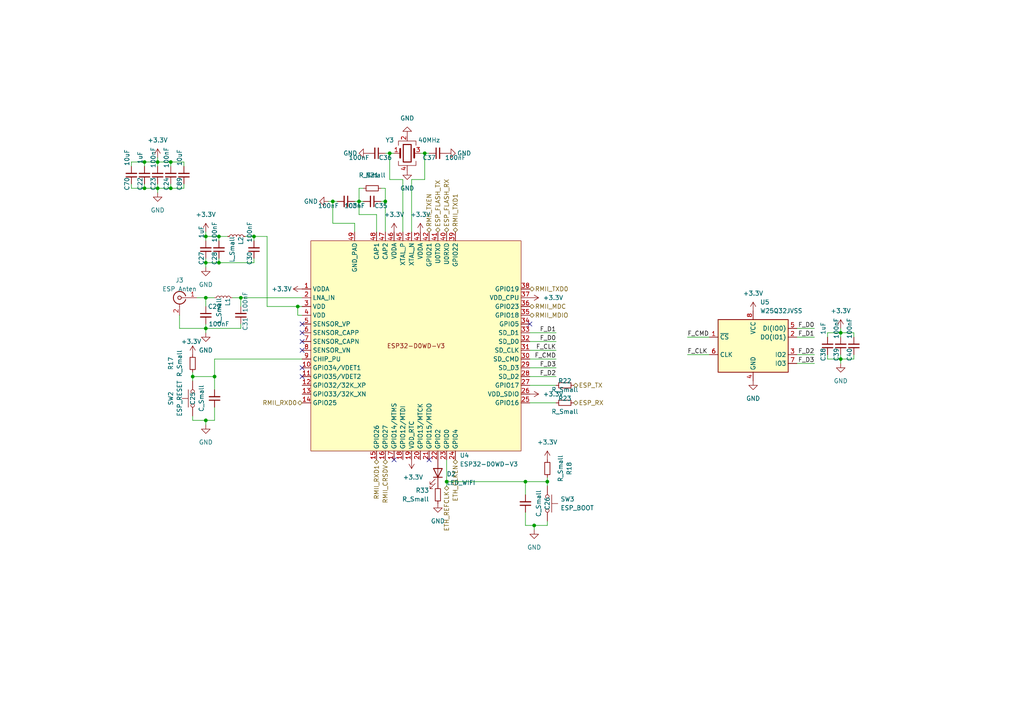
<source format=kicad_sch>
(kicad_sch (version 20211123) (generator eeschema)
  (paper "A4")
  (lib_symbols
    (symbol "Anh_Symbols:ESP32-D0WD-V3"
      (property "Reference" "U" (at 21.59 -33.02 0))
      (property "Value" "ESP32-D0WD-V3" (at 21.59 -35.56 0))
      (symbol "ESP32-D0WD-V3_0_0"
        (text "ESP32-D0WD-V3" (at 0 0 0) (effects (font (size 1.27 1.27))))
      )
      (symbol "ESP32-D0WD-V3_0_1"
        (rectangle (start -30.48 30.48) (end 30.48 -30.48) (fill (type background)))
      )
      (symbol "ESP32-D0WD-V3_1_1"
        (pin power_in line (at -33.02 16.51 0) (length 2.54) (name "VDDA") (number "1"))
        (pin input line (at -33.02 -6.35 0) (length 2.54) (name "GPIO34/VDET1") (number "10"))
        (pin input line (at -33.02 -8.89 0) (length 2.54) (name "GPIO35/VDET2") (number "11"))
        (pin input line (at -33.02 -11.43 0) (length 2.54) (name "GPIO32/32K_XP") (number "12"))
        (pin input line (at -33.02 -13.97 0) (length 2.54) (name "GPIO33/32K_XN") (number "13"))
        (pin input line (at -33.02 -16.51 0) (length 2.54) (name "GPIO25") (number "14"))
        (pin input line (at -11.43 -33.02 90) (length 2.54) (name "GPIO26") (number "15"))
        (pin input line (at -8.89 -33.02 90) (length 2.54) (name "GPIO27") (number "16"))
        (pin input line (at -6.35 -33.02 90) (length 2.54) (name "GPIO14/MTMS") (number "17"))
        (pin input line (at -3.81 -33.02 90) (length 2.54) (name "GPIO12/MTDI") (number "18"))
        (pin power_in line (at -1.27 -33.02 90) (length 2.54) (name "VDD_RTC") (number "19"))
        (pin input line (at -33.02 13.97 0) (length 2.54) (name "LNA_IN") (number "2"))
        (pin input line (at 1.27 -33.02 90) (length 2.54) (name "GPIO13/MTCK") (number "20"))
        (pin input line (at 3.81 -33.02 90) (length 2.54) (name "GPIO15/MTDO") (number "21"))
        (pin input line (at 6.35 -33.02 90) (length 2.54) (name "GPIO2") (number "22"))
        (pin input line (at 8.89 -33.02 90) (length 2.54) (name "GPIO0") (number "23"))
        (pin input line (at 11.43 -33.02 90) (length 2.54) (name "GPIO4") (number "24"))
        (pin input line (at 33.02 -16.51 180) (length 2.54) (name "GPIO16") (number "25"))
        (pin power_in line (at 33.02 -13.97 180) (length 2.54) (name "VDD_SDIO") (number "26"))
        (pin input line (at 33.02 -11.43 180) (length 2.54) (name "GPIO17") (number "27"))
        (pin input line (at 33.02 -8.89 180) (length 2.54) (name "SD_D2") (number "28"))
        (pin input line (at 33.02 -6.35 180) (length 2.54) (name "SD_D3") (number "29"))
        (pin power_in line (at -33.02 11.43 0) (length 2.54) (name "VDD") (number "3"))
        (pin input line (at 33.02 -3.81 180) (length 2.54) (name "SD_CMD") (number "30"))
        (pin input line (at 33.02 -1.27 180) (length 2.54) (name "SD_CLK") (number "31"))
        (pin input line (at 33.02 1.27 180) (length 2.54) (name "SD_D0") (number "32"))
        (pin input line (at 33.02 3.81 180) (length 2.54) (name "SD_D1") (number "33"))
        (pin input line (at 33.02 6.35 180) (length 2.54) (name "GPIO5") (number "34"))
        (pin input line (at 33.02 8.89 180) (length 2.54) (name "GPIO18") (number "35"))
        (pin input line (at 33.02 11.43 180) (length 2.54) (name "GPIO23") (number "36"))
        (pin power_in line (at 33.02 13.97 180) (length 2.54) (name "VDD_CPU") (number "37"))
        (pin input line (at 33.02 16.51 180) (length 2.54) (name "GPIO19") (number "38"))
        (pin input line (at 11.43 33.02 270) (length 2.54) (name "GPIO22") (number "39"))
        (pin power_in line (at -33.02 8.89 0) (length 2.54) (name "VDD") (number "4"))
        (pin input line (at 8.89 33.02 270) (length 2.54) (name "U0RXD") (number "40"))
        (pin input line (at 6.35 33.02 270) (length 2.54) (name "U0TXD") (number "41"))
        (pin input line (at 3.81 33.02 270) (length 2.54) (name "GPIO21") (number "42"))
        (pin power_in line (at 1.27 33.02 270) (length 2.54) (name "VDDA") (number "43"))
        (pin input line (at -1.27 33.02 270) (length 2.54) (name "XTAL_N") (number "44"))
        (pin input line (at -3.81 33.02 270) (length 2.54) (name "XTAL_P") (number "45"))
        (pin power_in line (at -6.35 33.02 270) (length 2.54) (name "VDDA") (number "46"))
        (pin input line (at -8.89 33.02 270) (length 2.54) (name "CAP2") (number "47"))
        (pin input line (at -11.43 33.02 270) (length 2.54) (name "CAP1") (number "48"))
        (pin power_in line (at -17.78 33.02 270) (length 2.54) (name "GND_PAD") (number "49"))
        (pin input line (at -33.02 6.35 0) (length 2.54) (name "SENSOR_VP") (number "5"))
        (pin input line (at -33.02 3.81 0) (length 2.54) (name "SENSOR_CAPP") (number "6"))
        (pin input line (at -33.02 1.27 0) (length 2.54) (name "SENSOR_CAPN") (number "7"))
        (pin input line (at -33.02 -1.27 0) (length 2.54) (name "SENSOR_VN") (number "8"))
        (pin input line (at -33.02 -3.81 0) (length 2.54) (name "CHIP_PU") (number "9"))
      )
    )
    (symbol "Connector:Conn_Coaxial" (pin_names (offset 1.016) hide)
      (property "Reference" "J" (at 0.254 3.048 0))
      (property "Value" "Conn_Coaxial" (at 2.921 0 90))
      (symbol "Conn_Coaxial_0_1"
        (arc (start -1.778 -0.508) (mid 0.2311 -1.8066) (end 1.778 0) (stroke (width 0.254)))
        (polyline (pts (xy -2.54 0) (xy -0.508 0)))
        (polyline (pts (xy 0 -2.54) (xy 0 -1.778)))
        (circle (center 0 0) (radius 0.508) (stroke (width 0.2032)))
        (arc (start 1.778 0) (mid 0.2099 1.8101) (end -1.778 0.508) (stroke (width 0.254)))
      )
      (symbol "Conn_Coaxial_1_1"
        (pin passive line (at -5.08 0 0) (length 2.54) (name "In") (number "1"))
        (pin passive line (at 0 -5.08 90) (length 2.54) (name "Ext") (number "2"))
      )
    )
    (symbol "Device:C_Small" (pin_numbers hide) (pin_names (offset 0.254) hide)
      (property "Reference" "C" (at 0.254 1.778 0))
      (property "Value" "C_Small" (at 0.254 -2.032 0))
      (symbol "C_Small_0_1"
        (polyline (pts (xy -1.524 -0.508) (xy 1.524 -0.508)) (stroke (width 0.3302)))
        (polyline (pts (xy -1.524 0.508) (xy 1.524 0.508)) (stroke (width 0.3048)))
      )
      (symbol "C_Small_1_1"
        (pin passive line (at 0 2.54 270) (length 2.032) (name "~") (number "1"))
        (pin passive line (at 0 -2.54 90) (length 2.032) (name "~") (number "2"))
      )
    )
    (symbol "Device:Crystal_GND24" (pin_names (offset 1.016) hide)
      (property "Reference" "Y" (at 3.175 5.08 0))
      (property "Value" "Crystal_GND24" (at 3.175 3.175 0))
      (symbol "Crystal_GND24_0_1"
        (rectangle (start -1.143 2.54) (end 1.143 -2.54) (stroke (width 0.3048)))
        (polyline (pts (xy -2.54 0) (xy -2.032 0)))
        (polyline (pts (xy -2.032 -1.27) (xy -2.032 1.27)) (stroke (width 0.508)))
        (polyline (pts (xy 0 -3.81) (xy 0 -3.556)))
        (polyline (pts (xy 0 3.556) (xy 0 3.81)))
        (polyline (pts (xy 2.032 -1.27) (xy 2.032 1.27)) (stroke (width 0.508)))
        (polyline (pts (xy 2.032 0) (xy 2.54 0)))
        (polyline (pts (xy -2.54 -2.286) (xy -2.54 -3.556) (xy 2.54 -3.556) (xy 2.54 -2.286)))
        (polyline (pts (xy -2.54 2.286) (xy -2.54 3.556) (xy 2.54 3.556) (xy 2.54 2.286)))
      )
      (symbol "Crystal_GND24_1_1"
        (pin passive line (at -3.81 0 0) (length 1.27) (name "1") (number "1"))
        (pin passive line (at 0 5.08 270) (length 1.27) (name "2") (number "2"))
        (pin passive line (at 3.81 0 180) (length 1.27) (name "3") (number "3"))
        (pin passive line (at 0 -5.08 90) (length 1.27) (name "4") (number "4"))
      )
    )
    (symbol "Device:LED" (pin_numbers hide) (pin_names (offset 1.016) hide)
      (property "Reference" "D" (at 0 2.54 0))
      (property "Value" "LED" (at 0 -2.54 0))
      (symbol "LED_0_1"
        (polyline (pts (xy -1.27 -1.27) (xy -1.27 1.27)) (stroke (width 0.254)))
        (polyline (pts (xy -1.27 0) (xy 1.27 0)))
        (polyline (pts (xy 1.27 -1.27) (xy 1.27 1.27) (xy -1.27 0) (xy 1.27 -1.27)) (stroke (width 0.254)))
        (polyline (pts (xy -3.048 -0.762) (xy -4.572 -2.286) (xy -3.81 -2.286) (xy -4.572 -2.286) (xy -4.572 -1.524)))
        (polyline (pts (xy -1.778 -0.762) (xy -3.302 -2.286) (xy -2.54 -2.286) (xy -3.302 -2.286) (xy -3.302 -1.524)))
      )
      (symbol "LED_1_1"
        (pin passive line (at -3.81 0 0) (length 2.54) (name "K") (number "1"))
        (pin passive line (at 3.81 0 180) (length 2.54) (name "A") (number "2"))
      )
    )
    (symbol "Device:L_Small" (pin_numbers hide) (pin_names (offset 0.254) hide)
      (property "Reference" "L" (at 0.762 1.016 0))
      (property "Value" "L_Small" (at 0.762 -1.016 0))
      (symbol "L_Small_0_1"
        (arc (start 0 -2.032) (mid 0.508 -1.524) (end 0 -1.016))
        (arc (start 0 -1.016) (mid 0.508 -0.508) (end 0 0))
        (arc (start 0 0) (mid 0.508 0.508) (end 0 1.016))
        (arc (start 0 1.016) (mid 0.508 1.524) (end 0 2.032))
      )
      (symbol "L_Small_1_1"
        (pin passive line (at 0 2.54 270) (length 0.508) (name "~") (number "1"))
        (pin passive line (at 0 -2.54 90) (length 0.508) (name "~") (number "2"))
      )
    )
    (symbol "Device:R_Small" (pin_numbers hide) (pin_names (offset 0.254) hide)
      (property "Reference" "R" (at 0.762 0.508 0))
      (property "Value" "R_Small" (at 0.762 -1.016 0))
      (symbol "R_Small_0_1"
        (rectangle (start -0.762 1.778) (end 0.762 -1.778) (stroke (width 0.2032)))
      )
      (symbol "R_Small_1_1"
        (pin passive line (at 0 2.54 270) (length 0.762) (name "~") (number "1"))
        (pin passive line (at 0 -2.54 90) (length 0.762) (name "~") (number "2"))
      )
    )
    (symbol "Memory_Flash:W25Q32JVSS"
      (property "Reference" "U" (at -8.89 8.89 0))
      (property "Value" "W25Q32JVSS" (at 7.62 8.89 0))
      (symbol "W25Q32JVSS_0_1"
        (rectangle (start -10.16 7.62) (end 10.16 -7.62) (stroke (width 0.254)) (fill (type background)))
      )
      (symbol "W25Q32JVSS_1_1"
        (pin input line (at -12.7 2.54 0) (length 2.54) (name "~{CS}") (number "1"))
        (pin bidirectional line (at 12.7 2.54 180) (length 2.54) (name "DO(IO1)") (number "2"))
        (pin bidirectional line (at 12.7 -2.54 180) (length 2.54) (name "IO2") (number "3"))
        (pin power_in line (at 0 -10.16 90) (length 2.54) (name "GND") (number "4"))
        (pin bidirectional line (at 12.7 5.08 180) (length 2.54) (name "DI(IO0)") (number "5"))
        (pin input line (at -12.7 -2.54 0) (length 2.54) (name "CLK") (number "6"))
        (pin bidirectional line (at 12.7 -5.08 180) (length 2.54) (name "IO3") (number "7"))
        (pin power_in line (at 0 10.16 270) (length 2.54) (name "VCC") (number "8"))
      )
    )
    (symbol "Switch:SW_Push" (pin_numbers hide) (pin_names (offset 1.016) hide)
      (property "Reference" "SW" (at 1.27 2.54 0))
      (property "Value" "SW_Push" (at 0 -1.524 0))
      (symbol "SW_Push_0_1"
        (circle (center -2.032 0) (radius 0.508))
        (polyline (pts (xy 0 1.27) (xy 0 3.048)))
        (polyline (pts (xy 2.54 1.27) (xy -2.54 1.27)))
        (circle (center 2.032 0) (radius 0.508))
        (pin passive line (at -5.08 0 0) (length 2.54) (name "1") (number "1"))
        (pin passive line (at 5.08 0 180) (length 2.54) (name "2") (number "2"))
      )
    )
    (symbol "power:+3.3V" (power) (pin_names (offset 0))
      (property "Value" "+3.3V" (at 0 3.556 0))
      (symbol "+3.3V_0_1"
        (polyline (pts (xy -0.762 1.27) (xy 0 2.54)))
        (polyline (pts (xy 0 0) (xy 0 2.54)))
        (polyline (pts (xy 0 2.54) (xy 0.762 1.27)))
      )
      (symbol "+3.3V_1_1"
        (pin power_in line (at 0 0 90) (length 0) hide (name "+3.3V") (number "1"))
      )
    )
    (symbol "power:GND" (power) (pin_names (offset 0))
      (property "Value" "GND" (at 0 -3.81 0))
      (symbol "GND_0_1"
        (polyline (pts (xy 0 0) (xy 0 -1.27) (xy 1.27 -1.27) (xy 0 -2.54) (xy -1.27 -1.27) (xy 0 -1.27)))
      )
      (symbol "GND_1_1"
        (pin power_in line (at 0 0 270) (length 0) hide (name "GND") (number "1"))
      )
    )
  )
  (junction (at 62.23 109.22))
  (junction (at 41.91 46.99))
  (junction (at 55.88 109.22))
  (junction (at 243.84 96.52))
  (junction (at 158.75 139.7))
  (junction (at 45.72 46.99))
  (junction (at 123.19 44.45))
  (junction (at 104.14 58.42))
  (junction (at 59.69 86.36))
  (junction (at 63.5 68.58))
  (junction (at 243.84 104.14))
  (junction (at 59.69 95.25))
  (junction (at 41.91 54.61))
  (junction (at 59.69 68.58))
  (junction (at 59.69 121.92))
  (junction (at 96.52 58.42))
  (junction (at 86.36 88.9))
  (junction (at 69.85 86.36))
  (junction (at 45.72 54.61))
  (junction (at 154.94 152.4))
  (junction (at 49.53 46.99))
  (junction (at 73.66 68.58))
  (junction (at 111.76 58.42))
  (junction (at 49.53 54.61))
  (junction (at 129.54 139.7))
  (junction (at 152.4 139.7))
  (junction (at 113.03 44.45))
  (junction (at 59.69 76.2))
  (junction (at 63.5 76.2))
  (no_connect (at 87.63 109.22))
  (no_connect (at 87.63 93.98))
  (no_connect (at 153.67 93.98))
  (no_connect (at 87.63 96.52))
  (no_connect (at 87.63 101.6))
  (no_connect (at 87.63 106.68))
  (no_connect (at 87.63 99.06))
  (no_connect (at 114.3 133.35))
  (no_connect (at 124.46 133.35))
  (wire (pts (xy 119.38 67.31) (xy 119.38 52.07)))
  (wire (pts (xy 153.67 99.06) (xy 161.29 99.06)))
  (wire (pts (xy 45.72 45.72) (xy 45.72 46.99)))
  (wire (pts (xy 231.14 95.25) (xy 236.22 95.25)))
  (wire (pts (xy 152.4 143.51) (xy 152.4 139.7)))
  (wire (pts (xy 53.34 48.26) (xy 53.34 46.99)))
  (wire (pts (xy 161.29 111.76) (xy 153.67 111.76)))
  (wire (pts (xy 63.5 76.2) (xy 73.66 76.2)))
  (wire (pts (xy 247.65 96.52) (xy 247.65 97.79)))
  (wire (pts (xy 87.63 104.14) (xy 62.23 104.14)))
  (wire (pts (xy 102.87 58.42) (xy 104.14 58.42)))
  (wire (pts (xy 86.36 88.9) (xy 87.63 88.9)))
  (wire (pts (xy 243.84 96.52) (xy 247.65 96.52)))
  (wire (pts (xy 62.23 118.11) (xy 62.23 121.92)))
  (wire (pts (xy 109.22 67.31) (xy 109.22 62.23)))
  (wire (pts (xy 129.54 139.7) (xy 152.4 139.7)))
  (wire (pts (xy 116.84 67.31) (xy 116.84 52.07)))
  (wire (pts (xy 205.74 97.79) (xy 199.39 97.79)))
  (wire (pts (xy 109.22 62.23) (xy 104.14 62.23)))
  (wire (pts (xy 59.69 95.25) (xy 59.69 96.52)))
  (wire (pts (xy 153.67 104.14) (xy 161.29 104.14)))
  (wire (pts (xy 45.72 46.99) (xy 45.72 48.26)))
  (wire (pts (xy 153.67 96.52) (xy 161.29 96.52)))
  (wire (pts (xy 45.72 54.61) (xy 45.72 55.88)))
  (wire (pts (xy 158.75 152.4) (xy 158.75 151.13)))
  (wire (pts (xy 231.14 97.79) (xy 236.22 97.79)))
  (wire (pts (xy 240.03 96.52) (xy 240.03 97.79)))
  (wire (pts (xy 95.25 58.42) (xy 96.52 58.42)))
  (wire (pts (xy 41.91 46.99) (xy 45.72 46.99)))
  (wire (pts (xy 49.53 46.99) (xy 49.53 48.26)))
  (wire (pts (xy 73.66 68.58) (xy 73.66 69.85)))
  (wire (pts (xy 49.53 54.61) (xy 53.34 54.61)))
  (wire (pts (xy 59.69 121.92) (xy 55.88 121.92)))
  (wire (pts (xy 123.19 44.45) (xy 124.46 44.45)))
  (wire (pts (xy 113.03 44.45) (xy 114.3 44.45)))
  (wire (pts (xy 69.85 95.25) (xy 69.85 93.98)))
  (wire (pts (xy 63.5 68.58) (xy 66.04 68.58)))
  (wire (pts (xy 119.38 52.07) (xy 123.19 52.07)))
  (wire (pts (xy 161.29 116.84) (xy 153.67 116.84)))
  (wire (pts (xy 111.76 58.42) (xy 111.76 67.31)))
  (wire (pts (xy 41.91 54.61) (xy 45.72 54.61)))
  (wire (pts (xy 231.14 102.87) (xy 236.22 102.87)))
  (wire (pts (xy 59.69 69.85) (xy 59.69 68.58)))
  (wire (pts (xy 102.87 67.31) (xy 102.87 64.77)))
  (wire (pts (xy 59.69 88.9) (xy 59.69 86.36)))
  (wire (pts (xy 59.69 68.58) (xy 63.5 68.58)))
  (wire (pts (xy 59.69 67.31) (xy 59.69 68.58)))
  (wire (pts (xy 243.84 102.87) (xy 243.84 104.14)))
  (wire (pts (xy 45.72 53.34) (xy 45.72 54.61)))
  (wire (pts (xy 105.41 54.61) (xy 104.14 54.61)))
  (wire (pts (xy 231.14 105.41) (xy 236.22 105.41)))
  (wire (pts (xy 63.5 74.93) (xy 63.5 76.2)))
  (wire (pts (xy 243.84 96.52) (xy 243.84 97.79)))
  (wire (pts (xy 69.85 86.36) (xy 87.63 86.36)))
  (wire (pts (xy 111.76 44.45) (xy 113.03 44.45)))
  (wire (pts (xy 243.84 95.25) (xy 243.84 96.52)))
  (wire (pts (xy 41.91 46.99) (xy 41.91 48.26)))
  (wire (pts (xy 69.85 88.9) (xy 69.85 86.36)))
  (wire (pts (xy 153.67 101.6) (xy 161.29 101.6)))
  (wire (pts (xy 240.03 102.87) (xy 240.03 104.14)))
  (wire (pts (xy 57.15 86.36) (xy 59.69 86.36)))
  (wire (pts (xy 59.69 76.2) (xy 63.5 76.2)))
  (wire (pts (xy 62.23 109.22) (xy 55.88 109.22)))
  (wire (pts (xy 129.54 139.7) (xy 129.54 140.97)))
  (wire (pts (xy 87.63 91.44) (xy 86.36 91.44)))
  (wire (pts (xy 53.34 46.99) (xy 49.53 46.99)))
  (wire (pts (xy 104.14 58.42) (xy 105.41 58.42)))
  (wire (pts (xy 62.23 104.14) (xy 62.23 109.22)))
  (wire (pts (xy 52.07 91.44) (xy 52.07 95.25)))
  (wire (pts (xy 96.52 64.77) (xy 96.52 58.42)))
  (wire (pts (xy 96.52 58.42) (xy 97.79 58.42)))
  (wire (pts (xy 86.36 91.44) (xy 86.36 88.9)))
  (wire (pts (xy 154.94 152.4) (xy 158.75 152.4)))
  (wire (pts (xy 153.67 106.68) (xy 161.29 106.68)))
  (wire (pts (xy 152.4 152.4) (xy 154.94 152.4)))
  (wire (pts (xy 104.14 62.23) (xy 104.14 58.42)))
  (wire (pts (xy 62.23 121.92) (xy 59.69 121.92)))
  (wire (pts (xy 110.49 54.61) (xy 111.76 54.61)))
  (wire (pts (xy 240.03 96.52) (xy 243.84 96.52)))
  (wire (pts (xy 38.1 54.61) (xy 41.91 54.61)))
  (wire (pts (xy 86.36 88.9) (xy 77.47 88.9)))
  (wire (pts (xy 111.76 58.42) (xy 110.49 58.42)))
  (wire (pts (xy 123.19 52.07) (xy 123.19 44.45)))
  (wire (pts (xy 53.34 54.61) (xy 53.34 53.34)))
  (wire (pts (xy 63.5 69.85) (xy 63.5 68.58)))
  (wire (pts (xy 59.69 123.19) (xy 59.69 121.92)))
  (wire (pts (xy 129.54 133.35) (xy 129.54 139.7)))
  (wire (pts (xy 59.69 76.2) (xy 59.69 77.47)))
  (wire (pts (xy 67.31 86.36) (xy 69.85 86.36)))
  (wire (pts (xy 45.72 46.99) (xy 49.53 46.99)))
  (wire (pts (xy 59.69 93.98) (xy 59.69 95.25)))
  (wire (pts (xy 104.14 54.61) (xy 104.14 58.42)))
  (wire (pts (xy 52.07 95.25) (xy 59.69 95.25)))
  (wire (pts (xy 247.65 102.87) (xy 247.65 104.14)))
  (wire (pts (xy 55.88 121.92) (xy 55.88 120.65)))
  (wire (pts (xy 73.66 76.2) (xy 73.66 74.93)))
  (wire (pts (xy 49.53 53.34) (xy 49.53 54.61)))
  (wire (pts (xy 116.84 52.07) (xy 113.03 52.07)))
  (wire (pts (xy 205.74 102.87) (xy 199.39 102.87)))
  (wire (pts (xy 158.75 139.7) (xy 158.75 138.43)))
  (wire (pts (xy 111.76 54.61) (xy 111.76 58.42)))
  (wire (pts (xy 71.12 68.58) (xy 73.66 68.58)))
  (wire (pts (xy 59.69 86.36) (xy 62.23 86.36)))
  (wire (pts (xy 55.88 109.22) (xy 55.88 107.95)))
  (wire (pts (xy 123.19 44.45) (xy 121.92 44.45)))
  (wire (pts (xy 41.91 53.34) (xy 41.91 54.61)))
  (wire (pts (xy 55.88 110.49) (xy 55.88 109.22)))
  (wire (pts (xy 240.03 104.14) (xy 243.84 104.14)))
  (wire (pts (xy 153.67 109.22) (xy 161.29 109.22)))
  (wire (pts (xy 59.69 95.25) (xy 69.85 95.25)))
  (wire (pts (xy 62.23 113.03) (xy 62.23 109.22)))
  (wire (pts (xy 59.69 74.93) (xy 59.69 76.2)))
  (wire (pts (xy 38.1 46.99) (xy 41.91 46.99)))
  (wire (pts (xy 38.1 48.26) (xy 38.1 46.99)))
  (wire (pts (xy 247.65 104.14) (xy 243.84 104.14)))
  (wire (pts (xy 77.47 68.58) (xy 73.66 68.58)))
  (wire (pts (xy 158.75 140.97) (xy 158.75 139.7)))
  (wire (pts (xy 38.1 53.34) (xy 38.1 54.61)))
  (wire (pts (xy 49.53 54.61) (xy 45.72 54.61)))
  (wire (pts (xy 243.84 104.14) (xy 243.84 105.41)))
  (wire (pts (xy 102.87 64.77) (xy 96.52 64.77)))
  (wire (pts (xy 152.4 139.7) (xy 158.75 139.7)))
  (wire (pts (xy 113.03 52.07) (xy 113.03 44.45)))
  (wire (pts (xy 154.94 153.67) (xy 154.94 152.4)))
  (wire (pts (xy 152.4 148.59) (xy 152.4 152.4)))
  (wire (pts (xy 77.47 88.9) (xy 77.47 68.58)))
  (label "F_CLK" (at 199.39 102.87 0))
  (label "F_D0" (at 161.29 99.06 180))
  (label "F_CMD" (at 199.39 97.79 0))
  (label "F_D0" (at 236.22 95.25 180))
  (label "F_CLK" (at 161.29 101.6 180))
  (label "F_D3" (at 161.29 106.68 180))
  (label "F_D3" (at 236.22 105.41 180))
  (label "F_D1" (at 161.29 96.52 180))
  (label "F_D2" (at 161.29 109.22 180))
  (label "F_D1" (at 236.22 97.79 180))
  (label "F_D2" (at 236.22 102.87 180))
  (label "F_CMD" (at 161.29 104.14 180))
  (hierarchical_label "RMII_RXD0" (shape bidirectional) (at 87.63 116.84 180))
  (hierarchical_label "RMII_MDC" (shape bidirectional) (at 153.67 88.9 0))
  (hierarchical_label "ESP_FLASH_TX" (shape bidirectional) (at 127 67.31 90))
  (hierarchical_label "RMII_MDIO" (shape bidirectional) (at 153.67 91.44 0))
  (hierarchical_label "ESP_RX" (shape bidirectional) (at 166.37 116.84 0))
  (hierarchical_label "RMII_TXD1" (shape bidirectional) (at 132.08 67.31 90))
  (hierarchical_label "ESP_TX" (shape bidirectional) (at 166.37 111.76 0))
  (hierarchical_label "ESP_FLASH_RX" (shape bidirectional) (at 129.54 67.31 90))
  (hierarchical_label "RMII_TXEN" (shape bidirectional) (at 124.46 67.31 90))
  (hierarchical_label "RMII_RXD1" (shape bidirectional) (at 109.22 133.35 270))
  (hierarchical_label "RMII_TXD0" (shape bidirectional) (at 153.67 83.82 0))
  (hierarchical_label "ETH_CLKEN" (shape bidirectional) (at 132.08 133.35 270))
  (hierarchical_label "ETH_REFCLK" (shape bidirectional) (at 129.54 140.97 270))
  (hierarchical_label "RMII_CRSDV" (shape bidirectional) (at 111.76 133.35 270))
  (symbol (lib_id "Device:C_Small") (at 63.5 72.39 180) (unit 1)
    (property "Reference" "C28" (at 62.23 74.93 90))
    (property "Value" "100nF" (at 62.23 67.31 90))
    (property "Footprint" "Capacitor_SMD:C_0603_1608Metric" (effects hide))
  )
  (symbol (lib_id "Device:C_Small") (at 107.95 58.42 270) (unit 1)
    (property "Reference" "C35" (at 110.49 59.69 90))
    (property "Value" "100nF" (at 102.87 59.69 90))
    (property "Footprint" "Capacitor_SMD:C_0603_1608Metric" (effects hide))
  )
  (symbol (lib_id "power:+3.3V") (at 45.72 45.72 0) (mirror y) (unit 1)
    (property "Reference" "#PWR0137" (effects hide))
    (property "Value" "+3.3V" (at 45.72 40.64 0))
  )
  (symbol (lib_id "Device:C_Small") (at 240.03 100.33 180) (unit 1)
    (property "Reference" "C38" (at 238.76 102.87 90))
    (property "Value" "1uF" (at 238.76 95.25 90))
    (property "Footprint" "Capacitor_SMD:C_0603_1608Metric" (effects hide))
  )
  (symbol (lib_id "power:+3.3V") (at 218.44 90.17 0) (unit 1)
    (property "Reference" "#PWR0149" (effects hide))
    (property "Value" "+3.3V" (at 218.44 85.09 0))
  )
  (symbol (lib_id "Switch:SW_Push") (at 158.75 146.05 270) (mirror x) (unit 1)
    (property "Reference" "SW3" (at 162.56 144.7799 90) (effects (justify left)))
    (property "Value" "ESP_BOOT" (at 162.56 147.3199 90) (effects (justify left)))
    (property "Footprint" "Button_Switch_SMD:SW_SPST_CK_RS282G05A3" (effects hide))
  )
  (symbol (lib_id "Device:Crystal_GND24") (at 118.11 44.45 0) (unit 1)
    (property "Reference" "Y3" (at 113.03 40.64 0))
    (property "Value" "40MHz" (at 124.46 40.64 0))
    (property "Footprint" "Crystal:Crystal_SMD_3225-4Pin_3.2x2.5mm" (effects hide))
  )
  (symbol (lib_id "Device:L_Small") (at 64.77 86.36 90) (unit 1)
    (property "Reference" "L1" (at 66.04 86.36 0) (effects (justify right)))
    (property "Value" "L_Small" (at 63.5 86.36 0) (effects (justify right)))
    (property "Footprint" "Inductor_SMD:L_0603_1608Metric" (effects hide))
  )
  (symbol (lib_id "Device:C_Small") (at 38.1 50.8 180) (unit 1)
    (property "Reference" "C70" (at 36.83 53.34 90))
    (property "Value" "10uF" (at 36.83 45.72 90))
    (property "Footprint" "Capacitor_SMD:C_1206_3216Metric" (effects hide))
  )
  (symbol (lib_id "power:+3.3V") (at 119.38 133.35 180) (unit 1)
    (property "Reference" "#PWR0161" (effects hide))
    (property "Value" "+3.3V" (at 116.84 138.43 0) (effects (justify right)))
  )
  (symbol (lib_id "Device:R_Small") (at 163.83 116.84 270) (mirror x) (unit 1)
    (property "Reference" "R23" (at 163.83 115.57 90))
    (property "Value" "R_Small" (at 163.83 119.38 90))
    (property "Footprint" "Resistor_SMD:R_0603_1608Metric" (effects hide))
  )
  (symbol (lib_id "Connector:Conn_Coaxial") (at 52.07 86.36 0) (mirror y) (unit 1)
    (property "Reference" "J3" (at 52.07 81.28 0))
    (property "Value" "ESP Anten" (at 52.07 83.82 0))
    (property "Footprint" "Anh_Footprints:Connector_Coaxial_SMA" (effects hide))
    (property "Datasheet" " ~" (effects hide))
  )
  (symbol (lib_id "Device:C_Small") (at 73.66 72.39 180) (unit 1)
    (property "Reference" "C30" (at 72.39 74.93 90))
    (property "Value" "100nF" (at 72.39 67.31 90))
    (property "Footprint" "Capacitor_SMD:C_0603_1608Metric" (effects hide))
  )
  (symbol (lib_id "power:GND") (at 154.94 153.67 0) (mirror y) (unit 1)
    (property "Reference" "#PWR0160" (effects hide))
    (property "Value" "GND" (at 154.94 158.75 0))
  )
  (symbol (lib_id "Device:C_Small") (at 100.33 58.42 270) (unit 1)
    (property "Reference" "C34" (at 102.87 59.69 90))
    (property "Value" "100nF" (at 95.25 59.69 90))
    (property "Footprint" "Capacitor_SMD:C_0603_1608Metric" (effects hide))
  )
  (symbol (lib_id "Device:C_Small") (at 152.4 146.05 0) (mirror x) (unit 1)
    (property "Reference" "C26" (at 158.75 146.0437 90))
    (property "Value" "C_Small" (at 156.21 146.0437 90))
    (property "Footprint" "Capacitor_SMD:C_0603_1608Metric" (effects hide))
  )
  (symbol (lib_id "power:+3.3V") (at 153.67 114.3 270) (unit 1)
    (property "Reference" "#PWR0159" (effects hide))
    (property "Value" "+3.3V" (at 157.48 114.3 90) (effects (justify left)))
  )
  (symbol (lib_id "power:GND") (at 59.69 77.47 0) (mirror y) (unit 1)
    (property "Reference" "#PWR016" (effects hide))
    (property "Value" "GND" (at 59.69 82.55 0))
  )
  (symbol (lib_id "Device:C_Small") (at 109.22 44.45 270) (unit 1)
    (property "Reference" "C36" (at 111.76 45.72 90))
    (property "Value" "100nF" (at 104.14 45.72 90))
    (property "Footprint" "Capacitor_SMD:C_0603_1608Metric" (effects hide))
  )
  (symbol (lib_id "power:GND") (at 59.69 123.19 0) (mirror y) (unit 1)
    (property "Reference" "#PWR0156" (effects hide))
    (property "Value" "GND" (at 59.69 128.27 0))
  )
  (symbol (lib_id "Device:R_Small") (at 127 143.51 0) (mirror x) (unit 1)
    (property "Reference" "R33" (at 124.46 142.2399 0) (effects (justify right)))
    (property "Value" "R_Small" (at 124.46 144.7799 0) (effects (justify right)))
    (property "Footprint" "Resistor_SMD:R_0603_1608Metric" (effects hide))
  )
  (symbol (lib_id "Anh_Symbols:ESP32-D0WD-V3") (at 120.65 100.33 0) (unit 1)
    (property "Reference" "U4" (at 133.35 132.08 0) (effects (justify left)))
    (property "Value" "ESP32-D0WD-V3" (at 133.35 134.62 0) (effects (justify left)))
    (property "Footprint" "Anh_Footprints:ESP32-QFN48" (effects hide))
  )
  (symbol (lib_id "Device:C_Small") (at 41.91 50.8 180) (unit 1)
    (property "Reference" "C22" (at 40.64 53.34 90))
    (property "Value" "1uF" (at 40.64 45.72 90))
    (property "Footprint" "Capacitor_SMD:C_0603_1608Metric" (effects hide))
  )
  (symbol (lib_id "power:GND") (at 106.68 44.45 270) (unit 1)
    (property "Reference" "#PWR0144" (effects hide))
    (property "Value" "GND" (at 101.6 44.45 90))
  )
  (symbol (lib_id "Device:C_Small") (at 53.34 50.8 180) (unit 1)
    (property "Reference" "C89" (at 52.07 53.34 90))
    (property "Value" "10uF" (at 52.07 45.72 90))
    (property "Footprint" "Capacitor_SMD:C_1206_3216Metric" (effects hide))
  )
  (symbol (lib_id "power:GND") (at 95.25 58.42 270) (unit 1)
    (property "Reference" "#PWR0134" (effects hide))
    (property "Value" "GND" (at 90.17 58.42 90))
  )
  (symbol (lib_id "power:GND") (at 127 146.05 0) (mirror y) (unit 1)
    (property "Reference" "#PWR0185" (effects hide))
    (property "Value" "GND" (at 127 151.13 0))
  )
  (symbol (lib_id "power:+3.3V") (at 153.67 86.36 270) (unit 1)
    (property "Reference" "#PWR0158" (effects hide))
    (property "Value" "+3.3V" (at 157.48 86.3599 90) (effects (justify left)))
  )
  (symbol (lib_id "power:+3.3V") (at 114.3 67.31 0) (unit 1)
    (property "Reference" "#PWR0145" (effects hide))
    (property "Value" "+3.3V" (at 114.3 62.23 0))
  )
  (symbol (lib_id "Device:C_Small") (at 59.69 91.44 0) (unit 1)
    (property "Reference" "C29" (at 62.23 88.9 0))
    (property "Value" "100nF" (at 63.5 93.98 0))
    (property "Footprint" "Capacitor_SMD:C_0603_1608Metric" (effects hide))
  )
  (symbol (lib_id "Device:R_Small") (at 107.95 54.61 270) (unit 1)
    (property "Reference" "R21" (at 107.95 50.8 90))
    (property "Value" "R_Small" (at 107.95 50.8 90))
    (property "Footprint" "Resistor_SMD:R_0603_1608Metric" (effects hide))
  )
  (symbol (lib_id "power:GND") (at 243.84 105.41 0) (mirror y) (unit 1)
    (property "Reference" "#PWR0148" (effects hide))
    (property "Value" "GND" (at 243.84 110.49 0))
  )
  (symbol (lib_id "Device:C_Small") (at 247.65 100.33 180) (unit 1)
    (property "Reference" "C40" (at 246.38 102.87 90))
    (property "Value" "100nF" (at 246.38 95.25 90))
    (property "Footprint" "Capacitor_SMD:C_0603_1608Metric" (effects hide))
  )
  (symbol (lib_id "power:GND") (at 129.54 44.45 90) (mirror x) (unit 1)
    (property "Reference" "#PWR0135" (effects hide))
    (property "Value" "GND" (at 134.62 44.45 90))
  )
  (symbol (lib_id "power:+3.3V") (at 243.84 95.25 0) (mirror y) (unit 1)
    (property "Reference" "#PWR0147" (effects hide))
    (property "Value" "+3.3V" (at 243.84 90.17 0))
  )
  (symbol (lib_id "Device:R_Small") (at 163.83 111.76 270) (mirror x) (unit 1)
    (property "Reference" "R22" (at 163.83 110.49 90))
    (property "Value" "R_Small" (at 163.83 113.03 90))
    (property "Footprint" "Resistor_SMD:R_0603_1608Metric" (effects hide))
  )
  (symbol (lib_id "power:GND") (at 59.69 96.52 0) (mirror y) (unit 1)
    (property "Reference" "#PWR017" (effects hide))
    (property "Value" "GND" (at 59.69 101.6 0))
  )
  (symbol (lib_id "Device:C_Small") (at 45.72 50.8 180) (unit 1)
    (property "Reference" "C23" (at 44.45 53.34 90))
    (property "Value" "100nF" (at 44.45 45.72 90))
    (property "Footprint" "Capacitor_SMD:C_0603_1608Metric" (effects hide))
  )
  (symbol (lib_id "power:GND") (at 118.11 49.53 0) (unit 1)
    (property "Reference" "#PWR0139" (effects hide))
    (property "Value" "GND" (at 118.11 54.61 0))
  )
  (symbol (lib_id "Device:C_Small") (at 59.69 72.39 180) (unit 1)
    (property "Reference" "C27" (at 58.42 74.93 90))
    (property "Value" "1uF" (at 58.42 67.31 90))
    (property "Footprint" "Capacitor_SMD:C_0603_1608Metric" (effects hide))
  )
  (symbol (lib_id "Device:C_Small") (at 62.23 115.57 180) (unit 1)
    (property "Reference" "C25" (at 55.88 115.5637 90))
    (property "Value" "C_Small" (at 58.42 115.5637 90))
    (property "Footprint" "Capacitor_SMD:C_0603_1608Metric" (effects hide))
  )
  (symbol (lib_id "Device:C_Small") (at 69.85 91.44 180) (unit 1)
    (property "Reference" "C31" (at 71.12 93.98 90))
    (property "Value" "100nF" (at 71.12 87.63 90))
    (property "Footprint" "Capacitor_SMD:C_0603_1608Metric" (effects hide))
  )
  (symbol (lib_id "power:+3.3V") (at 121.92 67.31 0) (unit 1)
    (property "Reference" "#PWR0146" (effects hide))
    (property "Value" "+3.3V" (at 121.92 62.23 0))
  )
  (symbol (lib_id "Switch:SW_Push") (at 55.88 115.57 90) (unit 1)
    (property "Reference" "SW2" (at 49.53 115.57 0))
    (property "Value" "ESP_RESET" (at 52.07 115.57 0))
    (property "Footprint" "Button_Switch_SMD:SW_SPST_CK_RS282G05A3" (effects hide))
  )
  (symbol (lib_id "power:GND") (at 218.44 110.49 0) (mirror y) (unit 1)
    (property "Reference" "#PWR0150" (effects hide))
    (property "Value" "GND" (at 218.44 115.57 0))
  )
  (symbol (lib_id "power:+3.3V") (at 158.75 133.35 0) (unit 1)
    (property "Reference" "#PWR0132" (effects hide))
    (property "Value" "+3.3V" (at 158.75 128.27 0))
  )
  (symbol (lib_id "Device:C_Small") (at 243.84 100.33 180) (unit 1)
    (property "Reference" "C39" (at 242.57 102.87 90))
    (property "Value" "100nF" (at 242.57 95.25 90))
    (property "Footprint" "Capacitor_SMD:C_0603_1608Metric" (effects hide))
  )
  (symbol (lib_id "Device:C_Small") (at 127 44.45 90) (mirror x) (unit 1)
    (property "Reference" "C37" (at 124.46 45.72 90))
    (property "Value" "100nF" (at 132.08 45.72 90))
    (property "Footprint" "Capacitor_SMD:C_0603_1608Metric" (effects hide))
  )
  (symbol (lib_id "power:+3.3V") (at 87.63 83.82 90) (unit 1)
    (property "Reference" "#PWR0153" (effects hide))
    (property "Value" "+3.3V" (at 78.74 83.82 90) (effects (justify right)))
  )
  (symbol (lib_id "Device:LED") (at 127 137.16 270) (mirror x) (unit 1)
    (property "Reference" "D2" (at 129.54 137.4774 90) (effects (justify left)))
    (property "Value" "LED_WIFI" (at 129.54 140.0174 90) (effects (justify left)))
    (property "Footprint" "LED_SMD:LED_0603_1608Metric" (effects hide))
  )
  (symbol (lib_id "Device:R_Small") (at 55.88 105.41 180) (unit 1)
    (property "Reference" "R17" (at 49.53 105.41 90))
    (property "Value" "R_Small" (at 52.07 105.41 90))
    (property "Footprint" "Resistor_SMD:R_0603_1608Metric" (effects hide))
  )
  (symbol (lib_id "power:+3.3V") (at 59.69 67.31 0) (mirror y) (unit 1)
    (property "Reference" "#PWR015" (effects hide))
    (property "Value" "+3.3V" (at 59.69 62.23 0))
  )
  (symbol (lib_id "Device:L_Small") (at 68.58 68.58 90) (unit 1)
    (property "Reference" "L2" (at 69.85 68.58 0) (effects (justify right)))
    (property "Value" "L_Small" (at 67.31 68.58 0) (effects (justify right)))
    (property "Footprint" "Inductor_SMD:L_0603_1608Metric" (effects hide))
  )
  (symbol (lib_id "power:GND") (at 45.72 55.88 0) (mirror y) (unit 1)
    (property "Reference" "#PWR0138" (effects hide))
    (property "Value" "GND" (at 45.72 60.96 0))
  )
  (symbol (lib_id "Device:C_Small") (at 49.53 50.8 180) (unit 1)
    (property "Reference" "C24" (at 48.26 53.34 90))
    (property "Value" "100nF" (at 48.26 45.72 90))
    (property "Footprint" "Capacitor_SMD:C_0603_1608Metric" (effects hide))
  )
  (symbol (lib_id "Device:R_Small") (at 158.75 135.89 0) (mirror x) (unit 1)
    (property "Reference" "R18" (at 165.1 135.89 90))
    (property "Value" "R_Small" (at 162.56 135.89 90))
    (property "Footprint" "Resistor_SMD:R_0603_1608Metric" (effects hide))
  )
  (symbol (lib_id "power:GND") (at 118.11 39.37 180) (unit 1)
    (property "Reference" "#PWR0133" (effects hide))
    (property "Value" "GND" (at 118.11 34.29 0))
  )
  (symbol (lib_id "power:+3.3V") (at 55.88 102.87 0) (unit 1)
    (property "Reference" "#PWR0157" (effects hide))
    (property "Value" "+3.3V" (at 58.42 99.06 0) (effects (justify right)))
  )
  (symbol (lib_id "Memory_Flash:W25Q32JVSS") (at 218.44 100.33 0) (unit 1)
    (property "Reference" "U5" (at 220.4594 87.63 0) (effects (justify left)))
    (property "Value" "W25Q32JVSS" (at 220.4594 90.17 0) (effects (justify left)))
    (property "Footprint" "Package_SO:SOIC-8_5.23x5.23mm_P1.27mm" (effects hide))
    (property "Datasheet" "http://www.winbond.com/resource-files/w25q32jv%20revg%2003272018%20plus.pdf" (effects hide))
  )
)
</source>
